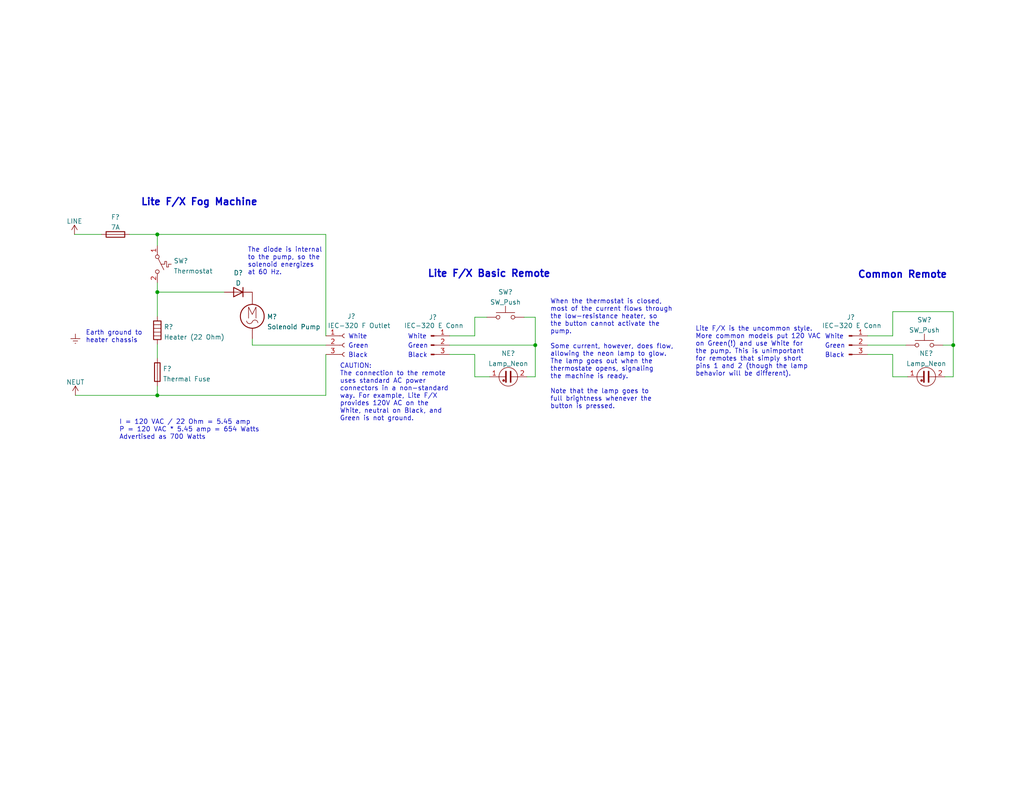
<source format=kicad_sch>
(kicad_sch (version 20211123) (generator eeschema)
  (paper "USLetter")
  (title_block (title "Lite F/X 1741 Fog Machine") (comment 1 "For reference only.") (comment 2 "Representative of a less common \"party-store\" consumer fog machine."))
  (lib_symbols
    (symbol "Connector:Conn_01x03_Female" (pin_names (offset 1.016) hide)
      (property "Reference" "J" (at 0 5.08 0))
      (property "Value" "Conn_01x03_Female" (at 0 -5.08 0))
      (symbol "Conn_01x03_Female_1_1"
        (arc (start 0 -2.032) (mid -0.508 -2.54) (end 0 -3.048) (stroke (width 0.1524)))
        (polyline (pts (xy -1.27 -2.54) (xy -0.508 -2.54)) (stroke (width 0.1524)))
        (polyline (pts (xy -1.27 0) (xy -0.508 0)) (stroke (width 0.1524)))
        (polyline (pts (xy -1.27 2.54) (xy -0.508 2.54)) (stroke (width 0.1524)))
        (arc (start 0 0.508) (mid -0.508 0) (end 0 -0.508) (stroke (width 0.1524)))
        (arc (start 0 3.048) (mid -0.508 2.54) (end 0 2.032) (stroke (width 0.1524)))
        (pin passive line (at -5.08 2.54 0) (length 3.81) (name "Pin_1") (number "1"))
        (pin passive line (at -5.08 0 0) (length 3.81) (name "Pin_2") (number "2"))
        (pin passive line (at -5.08 -2.54 0) (length 3.81) (name "Pin_3") (number "3"))
      )
    )
    (symbol "Connector:Conn_01x03_Male" (pin_names (offset 1.016) hide)
      (property "Reference" "J" (at 0 5.08 0))
      (property "Value" "Conn_01x03_Male" (at 0 -5.08 0))
      (symbol "Conn_01x03_Male_1_1"
        (polyline (pts (xy 1.27 -2.54) (xy 0.8636 -2.54)) (stroke (width 0.1524)))
        (polyline (pts (xy 1.27 0) (xy 0.8636 0)) (stroke (width 0.1524)))
        (polyline (pts (xy 1.27 2.54) (xy 0.8636 2.54)) (stroke (width 0.1524)))
        (rectangle (start 0.8636 -2.413) (end 0 -2.667) (stroke (width 0.1524)) (fill (type outline)))
        (rectangle (start 0.8636 0.127) (end 0 -0.127) (stroke (width 0.1524)) (fill (type outline)))
        (rectangle (start 0.8636 2.667) (end 0 2.413) (stroke (width 0.1524)) (fill (type outline)))
        (pin passive line (at 5.08 2.54 180) (length 3.81) (name "Pin_1") (number "1"))
        (pin passive line (at 5.08 0 180) (length 3.81) (name "Pin_2") (number "2"))
        (pin passive line (at 5.08 -2.54 180) (length 3.81) (name "Pin_3") (number "3"))
      )
    )
    (symbol "Device:D" (pin_numbers hide) (pin_names (offset 1.016) hide)
      (property "Reference" "D" (at 0 2.54 0))
      (property "Value" "D" (at 0 -2.54 0))
      (symbol "D_0_1"
        (polyline (pts (xy -1.27 1.27) (xy -1.27 -1.27)) (stroke (width 0.254)))
        (polyline (pts (xy 1.27 0) (xy -1.27 0)))
        (polyline (pts (xy 1.27 1.27) (xy 1.27 -1.27) (xy -1.27 0) (xy 1.27 1.27)) (stroke (width 0.254)))
      )
      (symbol "D_1_1"
        (pin passive line (at -3.81 0 0) (length 2.54) (name "K") (number "1"))
        (pin passive line (at 3.81 0 180) (length 2.54) (name "A") (number "2"))
      )
    )
    (symbol "Device:Fuse" (pin_numbers hide) (pin_names (offset 0))
      (property "Reference" "F" (at 2.032 0 90))
      (property "Value" "Fuse" (at -1.905 0 90))
      (symbol "Fuse_0_1"
        (rectangle (start -0.762 -2.54) (end 0.762 2.54) (stroke (width 0.254)))
        (polyline (pts (xy 0 2.54) (xy 0 -2.54)))
      )
      (symbol "Fuse_1_1"
        (pin passive line (at 0 3.81 270) (length 1.27) (name "~") (number "1"))
        (pin passive line (at 0 -3.81 90) (length 1.27) (name "~") (number "2"))
      )
    )
    (symbol "Device:Heater" (pin_numbers hide) (pin_names (offset 0))
      (property "Reference" "R" (at 2.032 0 90))
      (property "Value" "Heater" (at -2.032 0 90))
      (symbol "Heater_0_1"
        (rectangle (start -1.016 -2.54) (end 1.016 2.54) (stroke (width 0.254)))
        (polyline (pts (xy -1.016 1.524) (xy 1.016 1.524)))
        (polyline (pts (xy 1.016 -1.524) (xy -1.016 -1.524)))
        (polyline (pts (xy 1.016 -0.508) (xy -1.016 -0.508)))
        (polyline (pts (xy 1.016 0.508) (xy -1.016 0.508)))
      )
      (symbol "Heater_1_1"
        (pin passive line (at 0 3.81 270) (length 1.27) (name "~") (number "1"))
        (pin passive line (at 0 -3.81 90) (length 1.27) (name "~") (number "2"))
      )
    )
    (symbol "Device:Lamp_Neon" (pin_names (offset 0.0254) hide)
      (property "Reference" "NE" (at 0.635 3.81 0))
      (property "Value" "Lamp_Neon" (at 0.635 -3.81 0))
      (symbol "Lamp_Neon_0_1"
        (rectangle (start -1.524 -0.508) (end 1.524 -0.762) (fill (type outline)))
        (rectangle (start -1.524 0.762) (end 1.524 0.508) (fill (type outline)))
        (polyline (pts (xy 0 -2.54) (xy 0 -0.762)))
        (polyline (pts (xy 0 0.762) (xy 0 2.54)))
        (circle (center 0 0) (radius 2.54))
        (circle (center 1.016 -1.27) (radius 0.254) (fill (type outline)))
      )
      (symbol "Lamp_Neon_1_1"
        (pin passive line (at 0 -5.08 90) (length 2.54) (name "~") (number "1"))
        (pin passive line (at 0 5.08 270) (length 2.54) (name "~") (number "2"))
      )
    )
    (symbol "Motor:Motor_AC" (pin_numbers hide) (pin_names (offset 0) hide)
      (property "Reference" "M" (at 2.54 2.54 0))
      (property "Value" "Motor_AC" (at 2.54 -5.08 0))
      (symbol "Motor_AC_0_0"
        (arc (start -1.524 -2.794) (mid -0.8622 -3.5222) (end 0 -3.048))
        (polyline (pts (xy -1.016 -2.032) (xy -1.016 1.016) (xy 0 -1.016) (xy 1.016 1.016) (xy 1.016 -2.032)))
        (arc (start 1.524 -3.302) (mid 0.8657 -2.5527) (end 0 -3.048))
      )
      (symbol "Motor_AC_0_1"
        (circle (center 0 -1.524) (radius 3.2512) (stroke (width 0.254)))
        (polyline (pts (xy 0 -7.62) (xy 0 -7.112)))
        (polyline (pts (xy 0 -4.7752) (xy 0 -5.1816)))
        (polyline (pts (xy 0 1.7272) (xy 0 2.0828)))
        (polyline (pts (xy 0 2.032) (xy 0 2.54)))
      )
      (symbol "Motor_AC_1_1"
        (pin passive line (at 0 5.08 270) (length 2.54) (name "~") (number "1"))
        (pin passive line (at 0 -7.62 90) (length 2.54) (name "~") (number "2"))
      )
    )
    (symbol "Switch:SW_Push" (pin_numbers hide) (pin_names (offset 1.016) hide)
      (property "Reference" "SW" (at 1.27 2.54 0))
      (property "Value" "SW_Push" (at 0 -1.524 0))
      (symbol "SW_Push_0_1"
        (circle (center -2.032 0) (radius 0.508))
        (polyline (pts (xy 0 1.27) (xy 0 3.048)))
        (polyline (pts (xy 2.54 1.27) (xy -2.54 1.27)))
        (circle (center 2.032 0) (radius 0.508))
        (pin passive line (at -5.08 0 0) (length 2.54) (name "1") (number "1"))
        (pin passive line (at 5.08 0 180) (length 2.54) (name "2") (number "2"))
      )
    )
    (symbol "Switch:SW_SPST_Temperature" (pin_names (offset 0) hide)
      (property "Reference" "SW" (at 1.778 3.048 0))
      (property "Value" "SW_SPST_Temperature" (at 0 -2.54 0))
      (symbol "SW_SPST_Temperature_0_0"
        (circle (center -2.032 0) (radius 0.508))
        (polyline (pts (xy -1.524 0.254) (xy 1.524 1.778)))
        (polyline (pts (xy 0 1.016) (xy 0 2.032) (xy -0.762 2.032) (xy -0.762 2.54) (xy 0.762 2.54) (xy 0.762 3.048) (xy 0 3.048) (xy 0 3.81)))
        (circle (center 2.032 0) (radius 0.508))
      )
      (symbol "SW_SPST_Temperature_1_1"
        (pin passive line (at -5.08 0 0) (length 2.54) (name "A") (number "1"))
        (pin passive line (at 5.08 0 180) (length 2.54) (name "B") (number "2"))
      )
    )
    (symbol "power:Earth" (power) (pin_names (offset 0))
      (symbol "Earth_0_1"
        (polyline (pts (xy -0.635 -1.905) (xy 0.635 -1.905)))
        (polyline (pts (xy -0.127 -2.54) (xy 0.127 -2.54)))
        (polyline (pts (xy 0 -1.27) (xy 0 0)))
        (polyline (pts (xy 1.27 -1.27) (xy -1.27 -1.27)))
      )
      (symbol "Earth_1_1"
        (pin power_in line (at 0 0 270) (length 0) hide (name "Earth") (number "1"))
      )
    )
    (symbol "power:LINE" (power) (pin_names (offset 0))
      (property "Value" "LINE" (at 0 3.81 0))
      (symbol "LINE_0_1"
        (polyline (pts (xy -0.762 1.27) (xy 0 2.54)))
        (polyline (pts (xy 0 0) (xy 0 2.54)))
        (polyline (pts (xy 0 2.54) (xy 0.762 1.27)))
      )
      (symbol "LINE_1_1"
        (pin power_in line (at 0 0 90) (length 0) hide (name "LINE") (number "1"))
      )
    )
    (symbol "power:NEUT" (power) (pin_names (offset 0))
      (property "Value" "NEUT" (at 0 3.81 0))
      (symbol "NEUT_0_1"
        (polyline (pts (xy -0.762 1.27) (xy 0 2.54)))
        (polyline (pts (xy 0 0) (xy 0 2.54)))
        (polyline (pts (xy 0 2.54) (xy 0.762 1.27)))
      )
      (symbol "NEUT_1_1"
        (pin power_in line (at 0 0 90) (length 0) hide (name "NEUT") (number "1"))
      )
    )
  )
  (junction (at 260.096 94.234))
  (junction (at 42.926 79.756))
  (junction (at 146.05 94.234))
  (junction (at 42.926 107.95))
  (junction (at 42.926 64.008))
  (wire (pts (xy 129.54 102.87) (xy 133.604 102.87)))
  (wire (pts (xy 129.54 91.694) (xy 129.54 86.614)))
  (wire (pts (xy 68.834 92.456) (xy 68.834 94.234)))
  (wire (pts (xy 143.002 86.614) (xy 146.05 86.614)))
  (wire (pts (xy 122.682 91.694) (xy 129.54 91.694)))
  (wire (pts (xy 146.05 102.87) (xy 143.764 102.87)))
  (wire (pts (xy 260.096 85.09) (xy 260.096 94.234)))
  (wire (pts (xy 243.586 96.774) (xy 243.586 102.87)))
  (wire (pts (xy 20.574 107.95) (xy 42.926 107.95)))
  (wire (pts (xy 20.32 64.008) (xy 27.686 64.008)))
  (wire (pts (xy 243.586 85.09) (xy 260.096 85.09)))
  (wire (pts (xy 42.926 93.98) (xy 42.926 97.79)))
  (wire (pts (xy 42.926 77.216) (xy 42.926 79.756)))
  (wire (pts (xy 88.9 96.774) (xy 88.9 107.95)))
  (wire (pts (xy 146.05 86.614) (xy 146.05 94.234)))
  (wire (pts (xy 129.54 96.774) (xy 129.54 102.87)))
  (wire (pts (xy 236.728 94.234) (xy 247.142 94.234)))
  (wire (pts (xy 42.926 64.008) (xy 88.9 64.008)))
  (wire (pts (xy 236.728 96.774) (xy 243.586 96.774)))
  (wire (pts (xy 236.728 91.694) (xy 243.586 91.694)))
  (wire (pts (xy 260.096 102.87) (xy 257.81 102.87)))
  (wire (pts (xy 35.306 64.008) (xy 42.926 64.008)))
  (wire (pts (xy 42.926 105.41) (xy 42.926 107.95)))
  (wire (pts (xy 257.302 94.234) (xy 260.096 94.234)))
  (wire (pts (xy 122.682 94.234) (xy 146.05 94.234)))
  (wire (pts (xy 42.926 64.008) (xy 42.926 67.056)))
  (wire (pts (xy 68.834 94.234) (xy 88.9 94.234)))
  (wire (pts (xy 146.05 94.234) (xy 146.05 102.87)))
  (wire (pts (xy 129.54 86.614) (xy 132.842 86.614)))
  (wire (pts (xy 61.214 79.756) (xy 42.926 79.756)))
  (wire (pts (xy 42.926 79.756) (xy 42.926 86.36)))
  (wire (pts (xy 122.682 96.774) (xy 129.54 96.774)))
  (wire (pts (xy 243.586 85.09) (xy 243.586 91.694)))
  (wire (pts (xy 88.9 64.008) (xy 88.9 91.694)))
  (wire (pts (xy 42.926 107.95) (xy 88.9 107.95)))
  (wire (pts (xy 243.586 102.87) (xy 247.65 102.87)))
  (wire (pts (xy 260.096 94.234) (xy 260.096 102.87)))
  (text "White" (at 111.252 92.71 0) (effects (font (size 1.27 1.27)) (justify left bottom)))
  (text "The diode is internal\nto the pump, so the\nsolenoid energizes\nat 60 Hz." (at 67.564 75.184 0) (effects (font (size 1.27 1.27)) (justify left bottom)))
  (text "CAUTION:\nThe connection to the remote\nuses standard AC power\nconnectors in a non-standard\nway. For example, Lite F/X\nprovides 120V AC on the\nWhite, neutral on Black, and\nGreen is not ground." (at 92.71 115.062 0) (effects (font (size 1.27 1.27)) (justify left bottom)))
  (text "I = 120 VAC / 22 Ohm = 5.45 amp\nP = 120 VAC * 5.45 amp = 654 Watts\nAdvertised as 700 Watts" (at 32.512 120.142 0) (effects (font (size 1.27 1.27)) (justify left bottom)))
  (text "White" (at 94.996 92.71 0) (effects (font (size 1.27 1.27)) (justify left bottom)))
  (text "White" (at 225.044 92.71 0) (effects (font (size 1.27 1.27)) (justify left bottom)))
  (text "Black" (at 111.252 97.79 0) (effects (font (size 1.27 1.27)) (justify left bottom)))
  (text "When the thermostat is closed,\nmost of the current flows through\nthe low-resistance heater, so\nthe button cannot activate the\npump.\n\nSome current, however, does flow,\nallowing the neon lamp to glow.\nThe lamp goes out when the\nthermostate opens, signaling\nthe machine is ready.\n\nNote that the lamp goes to\nfull brightness whenever the\nbutton is pressed." (at 150.114 111.76 0) (effects (font (size 1.27 1.27)) (justify left bottom)))
  (text "Common Remote" (at 233.934 76.2 0) (effects (font (size 1.905 1.905) (thickness 0.381) bold) (justify left bottom)))
  (text "Lite F/X Basic Remote" (at 116.586 75.946 0) (effects (font (size 1.905 1.905) (thickness 0.381) bold) (justify left bottom)))
  (text "Green" (at 225.044 95.25 0) (effects (font (size 1.27 1.27)) (justify left bottom)))
  (text "Earth ground to\nheater chassis" (at 23.368 93.726 0) (effects (font (size 1.27 1.27)) (justify left bottom)))
  (text "Lite F/X Fog Machine" (at 38.354 56.388 0) (effects (font (size 1.905 1.905) (thickness 0.381) bold) (justify left bottom)))
  (text "Black" (at 225.044 97.79 0) (effects (font (size 1.27 1.27)) (justify left bottom)))
  (text "Green" (at 111.252 95.25 0) (effects (font (size 1.27 1.27)) (justify left bottom)))
  (text "Black" (at 94.996 97.79 0) (effects (font (size 1.27 1.27)) (justify left bottom)))
  (text "Lite F/X is the uncommon style.\nMore common models put 120 VAC\non Green(!) and use White for\nthe pump. This is unimportant\nfor remotes that simply short\npins 1 and 2 (though the lamp\nbehavior will be different)." (at 189.738 102.87 0) (effects (font (size 1.27 1.27)) (justify left bottom)))
  (text "Green" (at 94.996 95.25 0) (effects (font (size 1.27 1.27)) (justify left bottom)))
  (symbol (lib_id "power:Earth") (at 20.574 91.186 0) (unit 1)
    (property "Reference" "#PWR?" (effects hide))
    (property "Value" "Earth" (effects hide))
  )
  (symbol (lib_id "Device:Fuse") (at 31.496 64.008 90) (unit 1)
    (property "Reference" "F?" (at 31.496 59.2795 90))
    (property "Value" "7A" (at 31.496 62.0546 90))
  )
  (symbol (lib_id "Switch:SW_Push") (at 252.222 94.234 0) (unit 1)
    (property "Reference" "SW?" (at 252.222 87.3465 0))
    (property "Value" "SW_Push" (at 252.222 90.1216 0))
  )
  (symbol (lib_id "Switch:SW_Push") (at 137.922 86.614 0) (unit 1)
    (property "Reference" "SW?" (at 137.922 79.7265 0))
    (property "Value" "SW_Push" (at 137.922 82.5016 0))
  )
  (symbol (lib_id "Device:Lamp_Neon") (at 138.684 102.87 270) (unit 1)
    (property "Reference" "NE?" (at 138.684 96.4905 90))
    (property "Value" "Lamp_Neon" (at 138.684 99.2656 90))
  )
  (symbol (lib_id "Device:Lamp_Neon") (at 252.73 102.87 270) (unit 1)
    (property "Reference" "NE?" (at 252.73 96.4905 90))
    (property "Value" "Lamp_Neon" (at 252.73 99.2656 90))
  )
  (symbol (lib_id "Device:Fuse") (at 42.926 101.6 0) (unit 1)
    (property "Reference" "F?" (at 44.45 100.6915 0) (effects (justify left)))
    (property "Value" "Thermal Fuse" (at 44.45 103.4666 0) (effects (justify left)))
  )
  (symbol (lib_id "Connector:Conn_01x03_Male") (at 117.602 94.234 0) (unit 1)
    (property "Reference" "J?" (at 118.11 86.614 0))
    (property "Value" "IEC-320 E Conn" (at 118.364 88.9 0))
  )
  (symbol (lib_id "Device:D") (at 65.024 79.756 180) (unit 1)
    (property "Reference" "D?" (at 65.024 74.5195 0))
    (property "Value" "D" (at 65.024 77.2946 0))
  )
  (symbol (lib_id "Connector:Conn_01x03_Male") (at 231.648 94.234 0) (unit 1)
    (property "Reference" "J?" (at 232.156 86.614 0))
    (property "Value" "IEC-320 E Conn" (at 232.41 88.9 0))
  )
  (symbol (lib_id "power:LINE") (at 20.32 64.008 0) (unit 1)
    (property "Reference" "#PWR?" (effects hide))
    (property "Value" "LINE" (at 20.32 60.4035 0))
  )
  (symbol (lib_id "power:NEUT") (at 20.574 107.95 0) (unit 1)
    (property "Reference" "#PWR?" (effects hide))
    (property "Value" "NEUT" (at 20.574 104.3455 0))
  )
  (symbol (lib_id "Switch:SW_SPST_Temperature") (at 42.926 72.136 270) (unit 1)
    (property "Reference" "SW?" (at 47.371 71.2275 90) (effects (justify left)))
    (property "Value" "Thermostat" (at 47.371 74.0026 90) (effects (justify left)))
  )
  (symbol (lib_id "Device:Heater") (at 42.926 90.17 0) (unit 1)
    (property "Reference" "R?" (at 44.704 89.2615 0) (effects (justify left)))
    (property "Value" "Heater (22 Ohm)" (at 44.704 92.0366 0) (effects (justify left)))
  )
  (symbol (lib_id "Connector:Conn_01x03_Female") (at 93.98 94.234 0) (unit 1)
    (property "Reference" "J?" (at 94.742 86.36 0) (effects (justify left)))
    (property "Value" "IEC-320 F Outlet" (at 89.408 88.9 0) (effects (justify left)))
  )
  (symbol (lib_id "Motor:Motor_AC") (at 68.834 84.836 0) (unit 1)
    (property "Reference" "M?" (at 72.8472 86.4675 0) (effects (justify left)))
    (property "Value" "Solenoid Pump" (at 72.8472 89.2426 0) (effects (justify left)))
  )
)
</source>
